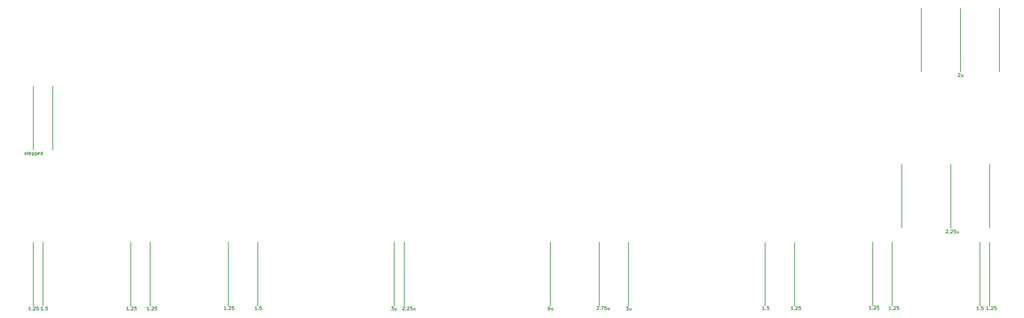
<source format=gto>
G04 #@! TF.GenerationSoftware,KiCad,Pcbnew,7.0.7-7.0.7~ubuntu23.04.1*
G04 #@! TF.CreationDate,2023-08-23T01:40:07+00:00*
G04 #@! TF.ProjectId,plate,706c6174-652e-46b6-9963-61645f706362,rev?*
G04 #@! TF.SameCoordinates,Original*
G04 #@! TF.FileFunction,Legend,Top*
G04 #@! TF.FilePolarity,Positive*
%FSLAX46Y46*%
G04 Gerber Fmt 4.6, Leading zero omitted, Abs format (unit mm)*
G04 Created by KiCad (PCBNEW 7.0.7-7.0.7~ubuntu23.04.1) date 2023-08-23 01:40:07*
%MOMM*%
%LPD*%
G01*
G04 APERTURE LIST*
%ADD10C,0.150000*%
%ADD11C,3.200000*%
G04 APERTURE END LIST*
D10*
X255106820Y-93422550D02*
X255106820Y-109022550D01*
X209863820Y-112471950D02*
X209863820Y-128071950D01*
X247963820Y-55322500D02*
X247963820Y-70922500D01*
X169381820Y-112471950D02*
X169381820Y-128071950D01*
X59844920Y-112471950D02*
X59844920Y-128071950D01*
X55081720Y-112472550D02*
X55081720Y-128072550D01*
X157476320Y-112471950D02*
X157476320Y-128071950D01*
X240819820Y-112472550D02*
X240819820Y-128072550D01*
X257488820Y-55322500D02*
X257488820Y-70922500D01*
X262251320Y-112471950D02*
X262251320Y-128071950D01*
X36032220Y-74368000D02*
X36032220Y-89968000D01*
X78894970Y-112472550D02*
X78894970Y-128072550D01*
X119376420Y-112472550D02*
X119376420Y-128072550D01*
X86038670Y-112471950D02*
X86038670Y-128071950D01*
X264630820Y-93422550D02*
X264630820Y-109022550D01*
X121756870Y-112471950D02*
X121756870Y-128071950D01*
X236056820Y-112471950D02*
X236056820Y-128071950D01*
X31269975Y-112472550D02*
X31269975Y-128072550D01*
X217006820Y-112472550D02*
X217006820Y-128072550D01*
X31280230Y-74388000D02*
X31280230Y-89988000D01*
X264630820Y-112472550D02*
X264630820Y-128072550D01*
X176526320Y-112472550D02*
X176526320Y-128072550D01*
X243201320Y-93422550D02*
X243201320Y-109022550D01*
X33651250Y-112471950D02*
X33651250Y-128071950D01*
X267013820Y-55322500D02*
X267013820Y-70922500D01*
X216639027Y-129016845D02*
X216181884Y-129016845D01*
X216410456Y-129016845D02*
X216410456Y-128216845D01*
X216410456Y-128216845D02*
X216334265Y-128331130D01*
X216334265Y-128331130D02*
X216258075Y-128407321D01*
X216258075Y-128407321D02*
X216181884Y-128445416D01*
X216981885Y-128940654D02*
X217019980Y-128978750D01*
X217019980Y-128978750D02*
X216981885Y-129016845D01*
X216981885Y-129016845D02*
X216943789Y-128978750D01*
X216943789Y-128978750D02*
X216981885Y-128940654D01*
X216981885Y-128940654D02*
X216981885Y-129016845D01*
X217324741Y-128293035D02*
X217362837Y-128254940D01*
X217362837Y-128254940D02*
X217439027Y-128216845D01*
X217439027Y-128216845D02*
X217629503Y-128216845D01*
X217629503Y-128216845D02*
X217705694Y-128254940D01*
X217705694Y-128254940D02*
X217743789Y-128293035D01*
X217743789Y-128293035D02*
X217781884Y-128369226D01*
X217781884Y-128369226D02*
X217781884Y-128445416D01*
X217781884Y-128445416D02*
X217743789Y-128559702D01*
X217743789Y-128559702D02*
X217286646Y-129016845D01*
X217286646Y-129016845D02*
X217781884Y-129016845D01*
X218505694Y-128216845D02*
X218124742Y-128216845D01*
X218124742Y-128216845D02*
X218086646Y-128597797D01*
X218086646Y-128597797D02*
X218124742Y-128559702D01*
X218124742Y-128559702D02*
X218200932Y-128521607D01*
X218200932Y-128521607D02*
X218391408Y-128521607D01*
X218391408Y-128521607D02*
X218467599Y-128559702D01*
X218467599Y-128559702D02*
X218505694Y-128597797D01*
X218505694Y-128597797D02*
X218543789Y-128673988D01*
X218543789Y-128673988D02*
X218543789Y-128864464D01*
X218543789Y-128864464D02*
X218505694Y-128940654D01*
X218505694Y-128940654D02*
X218467599Y-128978750D01*
X218467599Y-128978750D02*
X218391408Y-129016845D01*
X218391408Y-129016845D02*
X218200932Y-129016845D01*
X218200932Y-129016845D02*
X218124742Y-128978750D01*
X218124742Y-128978750D02*
X218086646Y-128940654D01*
X30639027Y-129116845D02*
X30181884Y-129116845D01*
X30410456Y-129116845D02*
X30410456Y-128316845D01*
X30410456Y-128316845D02*
X30334265Y-128431130D01*
X30334265Y-128431130D02*
X30258075Y-128507321D01*
X30258075Y-128507321D02*
X30181884Y-128545416D01*
X30981885Y-129040654D02*
X31019980Y-129078750D01*
X31019980Y-129078750D02*
X30981885Y-129116845D01*
X30981885Y-129116845D02*
X30943789Y-129078750D01*
X30943789Y-129078750D02*
X30981885Y-129040654D01*
X30981885Y-129040654D02*
X30981885Y-129116845D01*
X31324741Y-128393035D02*
X31362837Y-128354940D01*
X31362837Y-128354940D02*
X31439027Y-128316845D01*
X31439027Y-128316845D02*
X31629503Y-128316845D01*
X31629503Y-128316845D02*
X31705694Y-128354940D01*
X31705694Y-128354940D02*
X31743789Y-128393035D01*
X31743789Y-128393035D02*
X31781884Y-128469226D01*
X31781884Y-128469226D02*
X31781884Y-128545416D01*
X31781884Y-128545416D02*
X31743789Y-128659702D01*
X31743789Y-128659702D02*
X31286646Y-129116845D01*
X31286646Y-129116845D02*
X31781884Y-129116845D01*
X32505694Y-128316845D02*
X32124742Y-128316845D01*
X32124742Y-128316845D02*
X32086646Y-128697797D01*
X32086646Y-128697797D02*
X32124742Y-128659702D01*
X32124742Y-128659702D02*
X32200932Y-128621607D01*
X32200932Y-128621607D02*
X32391408Y-128621607D01*
X32391408Y-128621607D02*
X32467599Y-128659702D01*
X32467599Y-128659702D02*
X32505694Y-128697797D01*
X32505694Y-128697797D02*
X32543789Y-128773988D01*
X32543789Y-128773988D02*
X32543789Y-128964464D01*
X32543789Y-128964464D02*
X32505694Y-129040654D01*
X32505694Y-129040654D02*
X32467599Y-129078750D01*
X32467599Y-129078750D02*
X32391408Y-129116845D01*
X32391408Y-129116845D02*
X32200932Y-129116845D01*
X32200932Y-129116845D02*
X32124742Y-129078750D01*
X32124742Y-129078750D02*
X32086646Y-129040654D01*
X118643789Y-128316845D02*
X119139027Y-128316845D01*
X119139027Y-128316845D02*
X118872361Y-128621607D01*
X118872361Y-128621607D02*
X118986646Y-128621607D01*
X118986646Y-128621607D02*
X119062837Y-128659702D01*
X119062837Y-128659702D02*
X119100932Y-128697797D01*
X119100932Y-128697797D02*
X119139027Y-128773988D01*
X119139027Y-128773988D02*
X119139027Y-128964464D01*
X119139027Y-128964464D02*
X119100932Y-129040654D01*
X119100932Y-129040654D02*
X119062837Y-129078750D01*
X119062837Y-129078750D02*
X118986646Y-129116845D01*
X118986646Y-129116845D02*
X118758075Y-129116845D01*
X118758075Y-129116845D02*
X118681884Y-129078750D01*
X118681884Y-129078750D02*
X118643789Y-129040654D01*
X119824742Y-128583511D02*
X119824742Y-129116845D01*
X119481885Y-128583511D02*
X119481885Y-129002559D01*
X119481885Y-129002559D02*
X119519980Y-129078750D01*
X119519980Y-129078750D02*
X119596170Y-129116845D01*
X119596170Y-129116845D02*
X119710456Y-129116845D01*
X119710456Y-129116845D02*
X119786647Y-129078750D01*
X119786647Y-129078750D02*
X119824742Y-129040654D01*
X240539027Y-129016845D02*
X240081884Y-129016845D01*
X240310456Y-129016845D02*
X240310456Y-128216845D01*
X240310456Y-128216845D02*
X240234265Y-128331130D01*
X240234265Y-128331130D02*
X240158075Y-128407321D01*
X240158075Y-128407321D02*
X240081884Y-128445416D01*
X240881885Y-128940654D02*
X240919980Y-128978750D01*
X240919980Y-128978750D02*
X240881885Y-129016845D01*
X240881885Y-129016845D02*
X240843789Y-128978750D01*
X240843789Y-128978750D02*
X240881885Y-128940654D01*
X240881885Y-128940654D02*
X240881885Y-129016845D01*
X241224741Y-128293035D02*
X241262837Y-128254940D01*
X241262837Y-128254940D02*
X241339027Y-128216845D01*
X241339027Y-128216845D02*
X241529503Y-128216845D01*
X241529503Y-128216845D02*
X241605694Y-128254940D01*
X241605694Y-128254940D02*
X241643789Y-128293035D01*
X241643789Y-128293035D02*
X241681884Y-128369226D01*
X241681884Y-128369226D02*
X241681884Y-128445416D01*
X241681884Y-128445416D02*
X241643789Y-128559702D01*
X241643789Y-128559702D02*
X241186646Y-129016845D01*
X241186646Y-129016845D02*
X241681884Y-129016845D01*
X242405694Y-128216845D02*
X242024742Y-128216845D01*
X242024742Y-128216845D02*
X241986646Y-128597797D01*
X241986646Y-128597797D02*
X242024742Y-128559702D01*
X242024742Y-128559702D02*
X242100932Y-128521607D01*
X242100932Y-128521607D02*
X242291408Y-128521607D01*
X242291408Y-128521607D02*
X242367599Y-128559702D01*
X242367599Y-128559702D02*
X242405694Y-128597797D01*
X242405694Y-128597797D02*
X242443789Y-128673988D01*
X242443789Y-128673988D02*
X242443789Y-128864464D01*
X242443789Y-128864464D02*
X242405694Y-128940654D01*
X242405694Y-128940654D02*
X242367599Y-128978750D01*
X242367599Y-128978750D02*
X242291408Y-129016845D01*
X242291408Y-129016845D02*
X242100932Y-129016845D01*
X242100932Y-129016845D02*
X242024742Y-128978750D01*
X242024742Y-128978750D02*
X241986646Y-128940654D01*
X157308337Y-128266245D02*
X157155956Y-128266245D01*
X157155956Y-128266245D02*
X157079765Y-128304340D01*
X157079765Y-128304340D02*
X157041670Y-128342435D01*
X157041670Y-128342435D02*
X156965480Y-128456721D01*
X156965480Y-128456721D02*
X156927384Y-128609102D01*
X156927384Y-128609102D02*
X156927384Y-128913864D01*
X156927384Y-128913864D02*
X156965480Y-128990054D01*
X156965480Y-128990054D02*
X157003575Y-129028150D01*
X157003575Y-129028150D02*
X157079765Y-129066245D01*
X157079765Y-129066245D02*
X157232146Y-129066245D01*
X157232146Y-129066245D02*
X157308337Y-129028150D01*
X157308337Y-129028150D02*
X157346432Y-128990054D01*
X157346432Y-128990054D02*
X157384527Y-128913864D01*
X157384527Y-128913864D02*
X157384527Y-128723388D01*
X157384527Y-128723388D02*
X157346432Y-128647197D01*
X157346432Y-128647197D02*
X157308337Y-128609102D01*
X157308337Y-128609102D02*
X157232146Y-128571007D01*
X157232146Y-128571007D02*
X157079765Y-128571007D01*
X157079765Y-128571007D02*
X157003575Y-128609102D01*
X157003575Y-128609102D02*
X156965480Y-128647197D01*
X156965480Y-128647197D02*
X156927384Y-128723388D01*
X158070242Y-128532911D02*
X158070242Y-129066245D01*
X157727385Y-128532911D02*
X157727385Y-128951959D01*
X157727385Y-128951959D02*
X157765480Y-129028150D01*
X157765480Y-129028150D02*
X157841670Y-129066245D01*
X157841670Y-129066245D02*
X157955956Y-129066245D01*
X157955956Y-129066245D02*
X158032147Y-129028150D01*
X158032147Y-129028150D02*
X158070242Y-128990054D01*
X121381884Y-128393035D02*
X121419980Y-128354940D01*
X121419980Y-128354940D02*
X121496170Y-128316845D01*
X121496170Y-128316845D02*
X121686646Y-128316845D01*
X121686646Y-128316845D02*
X121762837Y-128354940D01*
X121762837Y-128354940D02*
X121800932Y-128393035D01*
X121800932Y-128393035D02*
X121839027Y-128469226D01*
X121839027Y-128469226D02*
X121839027Y-128545416D01*
X121839027Y-128545416D02*
X121800932Y-128659702D01*
X121800932Y-128659702D02*
X121343789Y-129116845D01*
X121343789Y-129116845D02*
X121839027Y-129116845D01*
X122181885Y-129040654D02*
X122219980Y-129078750D01*
X122219980Y-129078750D02*
X122181885Y-129116845D01*
X122181885Y-129116845D02*
X122143789Y-129078750D01*
X122143789Y-129078750D02*
X122181885Y-129040654D01*
X122181885Y-129040654D02*
X122181885Y-129116845D01*
X122524741Y-128393035D02*
X122562837Y-128354940D01*
X122562837Y-128354940D02*
X122639027Y-128316845D01*
X122639027Y-128316845D02*
X122829503Y-128316845D01*
X122829503Y-128316845D02*
X122905694Y-128354940D01*
X122905694Y-128354940D02*
X122943789Y-128393035D01*
X122943789Y-128393035D02*
X122981884Y-128469226D01*
X122981884Y-128469226D02*
X122981884Y-128545416D01*
X122981884Y-128545416D02*
X122943789Y-128659702D01*
X122943789Y-128659702D02*
X122486646Y-129116845D01*
X122486646Y-129116845D02*
X122981884Y-129116845D01*
X123705694Y-128316845D02*
X123324742Y-128316845D01*
X123324742Y-128316845D02*
X123286646Y-128697797D01*
X123286646Y-128697797D02*
X123324742Y-128659702D01*
X123324742Y-128659702D02*
X123400932Y-128621607D01*
X123400932Y-128621607D02*
X123591408Y-128621607D01*
X123591408Y-128621607D02*
X123667599Y-128659702D01*
X123667599Y-128659702D02*
X123705694Y-128697797D01*
X123705694Y-128697797D02*
X123743789Y-128773988D01*
X123743789Y-128773988D02*
X123743789Y-128964464D01*
X123743789Y-128964464D02*
X123705694Y-129040654D01*
X123705694Y-129040654D02*
X123667599Y-129078750D01*
X123667599Y-129078750D02*
X123591408Y-129116845D01*
X123591408Y-129116845D02*
X123400932Y-129116845D01*
X123400932Y-129116845D02*
X123324742Y-129078750D01*
X123324742Y-129078750D02*
X123286646Y-129040654D01*
X124429504Y-128583511D02*
X124429504Y-129116845D01*
X124086647Y-128583511D02*
X124086647Y-129002559D01*
X124086647Y-129002559D02*
X124124742Y-129078750D01*
X124124742Y-129078750D02*
X124200932Y-129116845D01*
X124200932Y-129116845D02*
X124315218Y-129116845D01*
X124315218Y-129116845D02*
X124391409Y-129078750D01*
X124391409Y-129078750D02*
X124429504Y-129040654D01*
X29183284Y-91124200D02*
X29259475Y-91162295D01*
X29259475Y-91162295D02*
X29411856Y-91162295D01*
X29411856Y-91162295D02*
X29488046Y-91124200D01*
X29488046Y-91124200D02*
X29526142Y-91048009D01*
X29526142Y-91048009D02*
X29526142Y-91009914D01*
X29526142Y-91009914D02*
X29488046Y-90933723D01*
X29488046Y-90933723D02*
X29411856Y-90895628D01*
X29411856Y-90895628D02*
X29297570Y-90895628D01*
X29297570Y-90895628D02*
X29221380Y-90857533D01*
X29221380Y-90857533D02*
X29183284Y-90781342D01*
X29183284Y-90781342D02*
X29183284Y-90743247D01*
X29183284Y-90743247D02*
X29221380Y-90667057D01*
X29221380Y-90667057D02*
X29297570Y-90628961D01*
X29297570Y-90628961D02*
X29411856Y-90628961D01*
X29411856Y-90628961D02*
X29488046Y-90667057D01*
X29754713Y-90628961D02*
X30059475Y-90628961D01*
X29868999Y-90362295D02*
X29868999Y-91048009D01*
X29868999Y-91048009D02*
X29907094Y-91124200D01*
X29907094Y-91124200D02*
X29983284Y-91162295D01*
X29983284Y-91162295D02*
X30059475Y-91162295D01*
X30630904Y-91124200D02*
X30554713Y-91162295D01*
X30554713Y-91162295D02*
X30402332Y-91162295D01*
X30402332Y-91162295D02*
X30326142Y-91124200D01*
X30326142Y-91124200D02*
X30288046Y-91048009D01*
X30288046Y-91048009D02*
X30288046Y-90743247D01*
X30288046Y-90743247D02*
X30326142Y-90667057D01*
X30326142Y-90667057D02*
X30402332Y-90628961D01*
X30402332Y-90628961D02*
X30554713Y-90628961D01*
X30554713Y-90628961D02*
X30630904Y-90667057D01*
X30630904Y-90667057D02*
X30668999Y-90743247D01*
X30668999Y-90743247D02*
X30668999Y-90819438D01*
X30668999Y-90819438D02*
X30288046Y-90895628D01*
X31011856Y-90628961D02*
X31011856Y-91428961D01*
X31011856Y-90667057D02*
X31088046Y-90628961D01*
X31088046Y-90628961D02*
X31240427Y-90628961D01*
X31240427Y-90628961D02*
X31316618Y-90667057D01*
X31316618Y-90667057D02*
X31354713Y-90705152D01*
X31354713Y-90705152D02*
X31392808Y-90781342D01*
X31392808Y-90781342D02*
X31392808Y-91009914D01*
X31392808Y-91009914D02*
X31354713Y-91086104D01*
X31354713Y-91086104D02*
X31316618Y-91124200D01*
X31316618Y-91124200D02*
X31240427Y-91162295D01*
X31240427Y-91162295D02*
X31088046Y-91162295D01*
X31088046Y-91162295D02*
X31011856Y-91124200D01*
X31735666Y-90628961D02*
X31735666Y-91428961D01*
X31735666Y-90667057D02*
X31811856Y-90628961D01*
X31811856Y-90628961D02*
X31964237Y-90628961D01*
X31964237Y-90628961D02*
X32040428Y-90667057D01*
X32040428Y-90667057D02*
X32078523Y-90705152D01*
X32078523Y-90705152D02*
X32116618Y-90781342D01*
X32116618Y-90781342D02*
X32116618Y-91009914D01*
X32116618Y-91009914D02*
X32078523Y-91086104D01*
X32078523Y-91086104D02*
X32040428Y-91124200D01*
X32040428Y-91124200D02*
X31964237Y-91162295D01*
X31964237Y-91162295D02*
X31811856Y-91162295D01*
X31811856Y-91162295D02*
X31735666Y-91124200D01*
X32764238Y-91124200D02*
X32688047Y-91162295D01*
X32688047Y-91162295D02*
X32535666Y-91162295D01*
X32535666Y-91162295D02*
X32459476Y-91124200D01*
X32459476Y-91124200D02*
X32421380Y-91048009D01*
X32421380Y-91048009D02*
X32421380Y-90743247D01*
X32421380Y-90743247D02*
X32459476Y-90667057D01*
X32459476Y-90667057D02*
X32535666Y-90628961D01*
X32535666Y-90628961D02*
X32688047Y-90628961D01*
X32688047Y-90628961D02*
X32764238Y-90667057D01*
X32764238Y-90667057D02*
X32802333Y-90743247D01*
X32802333Y-90743247D02*
X32802333Y-90819438D01*
X32802333Y-90819438D02*
X32421380Y-90895628D01*
X33488047Y-91162295D02*
X33488047Y-90362295D01*
X33488047Y-91124200D02*
X33411856Y-91162295D01*
X33411856Y-91162295D02*
X33259475Y-91162295D01*
X33259475Y-91162295D02*
X33183285Y-91124200D01*
X33183285Y-91124200D02*
X33145190Y-91086104D01*
X33145190Y-91086104D02*
X33107094Y-91009914D01*
X33107094Y-91009914D02*
X33107094Y-90781342D01*
X33107094Y-90781342D02*
X33145190Y-90705152D01*
X33145190Y-90705152D02*
X33183285Y-90667057D01*
X33183285Y-90667057D02*
X33259475Y-90628961D01*
X33259475Y-90628961D02*
X33411856Y-90628961D01*
X33411856Y-90628961D02*
X33488047Y-90667057D01*
X261939027Y-129016845D02*
X261481884Y-129016845D01*
X261710456Y-129016845D02*
X261710456Y-128216845D01*
X261710456Y-128216845D02*
X261634265Y-128331130D01*
X261634265Y-128331130D02*
X261558075Y-128407321D01*
X261558075Y-128407321D02*
X261481884Y-128445416D01*
X262281885Y-128940654D02*
X262319980Y-128978750D01*
X262319980Y-128978750D02*
X262281885Y-129016845D01*
X262281885Y-129016845D02*
X262243789Y-128978750D01*
X262243789Y-128978750D02*
X262281885Y-128940654D01*
X262281885Y-128940654D02*
X262281885Y-129016845D01*
X263043789Y-128216845D02*
X262662837Y-128216845D01*
X262662837Y-128216845D02*
X262624741Y-128597797D01*
X262624741Y-128597797D02*
X262662837Y-128559702D01*
X262662837Y-128559702D02*
X262739027Y-128521607D01*
X262739027Y-128521607D02*
X262929503Y-128521607D01*
X262929503Y-128521607D02*
X263005694Y-128559702D01*
X263005694Y-128559702D02*
X263043789Y-128597797D01*
X263043789Y-128597797D02*
X263081884Y-128673988D01*
X263081884Y-128673988D02*
X263081884Y-128864464D01*
X263081884Y-128864464D02*
X263043789Y-128940654D01*
X263043789Y-128940654D02*
X263005694Y-128978750D01*
X263005694Y-128978750D02*
X262929503Y-129016845D01*
X262929503Y-129016845D02*
X262739027Y-129016845D01*
X262739027Y-129016845D02*
X262662837Y-128978750D01*
X262662837Y-128978750D02*
X262624741Y-128940654D01*
X235739027Y-128916845D02*
X235281884Y-128916845D01*
X235510456Y-128916845D02*
X235510456Y-128116845D01*
X235510456Y-128116845D02*
X235434265Y-128231130D01*
X235434265Y-128231130D02*
X235358075Y-128307321D01*
X235358075Y-128307321D02*
X235281884Y-128345416D01*
X236081885Y-128840654D02*
X236119980Y-128878750D01*
X236119980Y-128878750D02*
X236081885Y-128916845D01*
X236081885Y-128916845D02*
X236043789Y-128878750D01*
X236043789Y-128878750D02*
X236081885Y-128840654D01*
X236081885Y-128840654D02*
X236081885Y-128916845D01*
X236424741Y-128193035D02*
X236462837Y-128154940D01*
X236462837Y-128154940D02*
X236539027Y-128116845D01*
X236539027Y-128116845D02*
X236729503Y-128116845D01*
X236729503Y-128116845D02*
X236805694Y-128154940D01*
X236805694Y-128154940D02*
X236843789Y-128193035D01*
X236843789Y-128193035D02*
X236881884Y-128269226D01*
X236881884Y-128269226D02*
X236881884Y-128345416D01*
X236881884Y-128345416D02*
X236843789Y-128459702D01*
X236843789Y-128459702D02*
X236386646Y-128916845D01*
X236386646Y-128916845D02*
X236881884Y-128916845D01*
X237605694Y-128116845D02*
X237224742Y-128116845D01*
X237224742Y-128116845D02*
X237186646Y-128497797D01*
X237186646Y-128497797D02*
X237224742Y-128459702D01*
X237224742Y-128459702D02*
X237300932Y-128421607D01*
X237300932Y-128421607D02*
X237491408Y-128421607D01*
X237491408Y-128421607D02*
X237567599Y-128459702D01*
X237567599Y-128459702D02*
X237605694Y-128497797D01*
X237605694Y-128497797D02*
X237643789Y-128573988D01*
X237643789Y-128573988D02*
X237643789Y-128764464D01*
X237643789Y-128764464D02*
X237605694Y-128840654D01*
X237605694Y-128840654D02*
X237567599Y-128878750D01*
X237567599Y-128878750D02*
X237491408Y-128916845D01*
X237491408Y-128916845D02*
X237300932Y-128916845D01*
X237300932Y-128916845D02*
X237224742Y-128878750D01*
X237224742Y-128878750D02*
X237186646Y-128840654D01*
X85839027Y-129016845D02*
X85381884Y-129016845D01*
X85610456Y-129016845D02*
X85610456Y-128216845D01*
X85610456Y-128216845D02*
X85534265Y-128331130D01*
X85534265Y-128331130D02*
X85458075Y-128407321D01*
X85458075Y-128407321D02*
X85381884Y-128445416D01*
X86181885Y-128940654D02*
X86219980Y-128978750D01*
X86219980Y-128978750D02*
X86181885Y-129016845D01*
X86181885Y-129016845D02*
X86143789Y-128978750D01*
X86143789Y-128978750D02*
X86181885Y-128940654D01*
X86181885Y-128940654D02*
X86181885Y-129016845D01*
X86943789Y-128216845D02*
X86562837Y-128216845D01*
X86562837Y-128216845D02*
X86524741Y-128597797D01*
X86524741Y-128597797D02*
X86562837Y-128559702D01*
X86562837Y-128559702D02*
X86639027Y-128521607D01*
X86639027Y-128521607D02*
X86829503Y-128521607D01*
X86829503Y-128521607D02*
X86905694Y-128559702D01*
X86905694Y-128559702D02*
X86943789Y-128597797D01*
X86943789Y-128597797D02*
X86981884Y-128673988D01*
X86981884Y-128673988D02*
X86981884Y-128864464D01*
X86981884Y-128864464D02*
X86943789Y-128940654D01*
X86943789Y-128940654D02*
X86905694Y-128978750D01*
X86905694Y-128978750D02*
X86829503Y-129016845D01*
X86829503Y-129016845D02*
X86639027Y-129016845D01*
X86639027Y-129016845D02*
X86562837Y-128978750D01*
X86562837Y-128978750D02*
X86524741Y-128940654D01*
X175943789Y-128316845D02*
X176439027Y-128316845D01*
X176439027Y-128316845D02*
X176172361Y-128621607D01*
X176172361Y-128621607D02*
X176286646Y-128621607D01*
X176286646Y-128621607D02*
X176362837Y-128659702D01*
X176362837Y-128659702D02*
X176400932Y-128697797D01*
X176400932Y-128697797D02*
X176439027Y-128773988D01*
X176439027Y-128773988D02*
X176439027Y-128964464D01*
X176439027Y-128964464D02*
X176400932Y-129040654D01*
X176400932Y-129040654D02*
X176362837Y-129078750D01*
X176362837Y-129078750D02*
X176286646Y-129116845D01*
X176286646Y-129116845D02*
X176058075Y-129116845D01*
X176058075Y-129116845D02*
X175981884Y-129078750D01*
X175981884Y-129078750D02*
X175943789Y-129040654D01*
X177124742Y-128583511D02*
X177124742Y-129116845D01*
X176781885Y-128583511D02*
X176781885Y-129002559D01*
X176781885Y-129002559D02*
X176819980Y-129078750D01*
X176819980Y-129078750D02*
X176896170Y-129116845D01*
X176896170Y-129116845D02*
X177010456Y-129116845D01*
X177010456Y-129116845D02*
X177086647Y-129078750D01*
X177086647Y-129078750D02*
X177124742Y-129040654D01*
X78339027Y-129016845D02*
X77881884Y-129016845D01*
X78110456Y-129016845D02*
X78110456Y-128216845D01*
X78110456Y-128216845D02*
X78034265Y-128331130D01*
X78034265Y-128331130D02*
X77958075Y-128407321D01*
X77958075Y-128407321D02*
X77881884Y-128445416D01*
X78681885Y-128940654D02*
X78719980Y-128978750D01*
X78719980Y-128978750D02*
X78681885Y-129016845D01*
X78681885Y-129016845D02*
X78643789Y-128978750D01*
X78643789Y-128978750D02*
X78681885Y-128940654D01*
X78681885Y-128940654D02*
X78681885Y-129016845D01*
X79024741Y-128293035D02*
X79062837Y-128254940D01*
X79062837Y-128254940D02*
X79139027Y-128216845D01*
X79139027Y-128216845D02*
X79329503Y-128216845D01*
X79329503Y-128216845D02*
X79405694Y-128254940D01*
X79405694Y-128254940D02*
X79443789Y-128293035D01*
X79443789Y-128293035D02*
X79481884Y-128369226D01*
X79481884Y-128369226D02*
X79481884Y-128445416D01*
X79481884Y-128445416D02*
X79443789Y-128559702D01*
X79443789Y-128559702D02*
X78986646Y-129016845D01*
X78986646Y-129016845D02*
X79481884Y-129016845D01*
X80205694Y-128216845D02*
X79824742Y-128216845D01*
X79824742Y-128216845D02*
X79786646Y-128597797D01*
X79786646Y-128597797D02*
X79824742Y-128559702D01*
X79824742Y-128559702D02*
X79900932Y-128521607D01*
X79900932Y-128521607D02*
X80091408Y-128521607D01*
X80091408Y-128521607D02*
X80167599Y-128559702D01*
X80167599Y-128559702D02*
X80205694Y-128597797D01*
X80205694Y-128597797D02*
X80243789Y-128673988D01*
X80243789Y-128673988D02*
X80243789Y-128864464D01*
X80243789Y-128864464D02*
X80205694Y-128940654D01*
X80205694Y-128940654D02*
X80167599Y-128978750D01*
X80167599Y-128978750D02*
X80091408Y-129016845D01*
X80091408Y-129016845D02*
X79900932Y-129016845D01*
X79900932Y-129016845D02*
X79824742Y-128978750D01*
X79824742Y-128978750D02*
X79786646Y-128940654D01*
X209639027Y-129016845D02*
X209181884Y-129016845D01*
X209410456Y-129016845D02*
X209410456Y-128216845D01*
X209410456Y-128216845D02*
X209334265Y-128331130D01*
X209334265Y-128331130D02*
X209258075Y-128407321D01*
X209258075Y-128407321D02*
X209181884Y-128445416D01*
X209981885Y-128940654D02*
X210019980Y-128978750D01*
X210019980Y-128978750D02*
X209981885Y-129016845D01*
X209981885Y-129016845D02*
X209943789Y-128978750D01*
X209943789Y-128978750D02*
X209981885Y-128940654D01*
X209981885Y-128940654D02*
X209981885Y-129016845D01*
X210743789Y-128216845D02*
X210362837Y-128216845D01*
X210362837Y-128216845D02*
X210324741Y-128597797D01*
X210324741Y-128597797D02*
X210362837Y-128559702D01*
X210362837Y-128559702D02*
X210439027Y-128521607D01*
X210439027Y-128521607D02*
X210629503Y-128521607D01*
X210629503Y-128521607D02*
X210705694Y-128559702D01*
X210705694Y-128559702D02*
X210743789Y-128597797D01*
X210743789Y-128597797D02*
X210781884Y-128673988D01*
X210781884Y-128673988D02*
X210781884Y-128864464D01*
X210781884Y-128864464D02*
X210743789Y-128940654D01*
X210743789Y-128940654D02*
X210705694Y-128978750D01*
X210705694Y-128978750D02*
X210629503Y-129016845D01*
X210629503Y-129016845D02*
X210439027Y-129016845D01*
X210439027Y-129016845D02*
X210362837Y-128978750D01*
X210362837Y-128978750D02*
X210324741Y-128940654D01*
X264339027Y-129016845D02*
X263881884Y-129016845D01*
X264110456Y-129016845D02*
X264110456Y-128216845D01*
X264110456Y-128216845D02*
X264034265Y-128331130D01*
X264034265Y-128331130D02*
X263958075Y-128407321D01*
X263958075Y-128407321D02*
X263881884Y-128445416D01*
X264681885Y-128940654D02*
X264719980Y-128978750D01*
X264719980Y-128978750D02*
X264681885Y-129016845D01*
X264681885Y-129016845D02*
X264643789Y-128978750D01*
X264643789Y-128978750D02*
X264681885Y-128940654D01*
X264681885Y-128940654D02*
X264681885Y-129016845D01*
X265024741Y-128293035D02*
X265062837Y-128254940D01*
X265062837Y-128254940D02*
X265139027Y-128216845D01*
X265139027Y-128216845D02*
X265329503Y-128216845D01*
X265329503Y-128216845D02*
X265405694Y-128254940D01*
X265405694Y-128254940D02*
X265443789Y-128293035D01*
X265443789Y-128293035D02*
X265481884Y-128369226D01*
X265481884Y-128369226D02*
X265481884Y-128445416D01*
X265481884Y-128445416D02*
X265443789Y-128559702D01*
X265443789Y-128559702D02*
X264986646Y-129016845D01*
X264986646Y-129016845D02*
X265481884Y-129016845D01*
X266205694Y-128216845D02*
X265824742Y-128216845D01*
X265824742Y-128216845D02*
X265786646Y-128597797D01*
X265786646Y-128597797D02*
X265824742Y-128559702D01*
X265824742Y-128559702D02*
X265900932Y-128521607D01*
X265900932Y-128521607D02*
X266091408Y-128521607D01*
X266091408Y-128521607D02*
X266167599Y-128559702D01*
X266167599Y-128559702D02*
X266205694Y-128597797D01*
X266205694Y-128597797D02*
X266243789Y-128673988D01*
X266243789Y-128673988D02*
X266243789Y-128864464D01*
X266243789Y-128864464D02*
X266205694Y-128940654D01*
X266205694Y-128940654D02*
X266167599Y-128978750D01*
X266167599Y-128978750D02*
X266091408Y-129016845D01*
X266091408Y-129016845D02*
X265900932Y-129016845D01*
X265900932Y-129016845D02*
X265824742Y-128978750D01*
X265824742Y-128978750D02*
X265786646Y-128940654D01*
X59539027Y-129116845D02*
X59081884Y-129116845D01*
X59310456Y-129116845D02*
X59310456Y-128316845D01*
X59310456Y-128316845D02*
X59234265Y-128431130D01*
X59234265Y-128431130D02*
X59158075Y-128507321D01*
X59158075Y-128507321D02*
X59081884Y-128545416D01*
X59881885Y-129040654D02*
X59919980Y-129078750D01*
X59919980Y-129078750D02*
X59881885Y-129116845D01*
X59881885Y-129116845D02*
X59843789Y-129078750D01*
X59843789Y-129078750D02*
X59881885Y-129040654D01*
X59881885Y-129040654D02*
X59881885Y-129116845D01*
X60224741Y-128393035D02*
X60262837Y-128354940D01*
X60262837Y-128354940D02*
X60339027Y-128316845D01*
X60339027Y-128316845D02*
X60529503Y-128316845D01*
X60529503Y-128316845D02*
X60605694Y-128354940D01*
X60605694Y-128354940D02*
X60643789Y-128393035D01*
X60643789Y-128393035D02*
X60681884Y-128469226D01*
X60681884Y-128469226D02*
X60681884Y-128545416D01*
X60681884Y-128545416D02*
X60643789Y-128659702D01*
X60643789Y-128659702D02*
X60186646Y-129116845D01*
X60186646Y-129116845D02*
X60681884Y-129116845D01*
X61405694Y-128316845D02*
X61024742Y-128316845D01*
X61024742Y-128316845D02*
X60986646Y-128697797D01*
X60986646Y-128697797D02*
X61024742Y-128659702D01*
X61024742Y-128659702D02*
X61100932Y-128621607D01*
X61100932Y-128621607D02*
X61291408Y-128621607D01*
X61291408Y-128621607D02*
X61367599Y-128659702D01*
X61367599Y-128659702D02*
X61405694Y-128697797D01*
X61405694Y-128697797D02*
X61443789Y-128773988D01*
X61443789Y-128773988D02*
X61443789Y-128964464D01*
X61443789Y-128964464D02*
X61405694Y-129040654D01*
X61405694Y-129040654D02*
X61367599Y-129078750D01*
X61367599Y-129078750D02*
X61291408Y-129116845D01*
X61291408Y-129116845D02*
X61100932Y-129116845D01*
X61100932Y-129116845D02*
X61024742Y-129078750D01*
X61024742Y-129078750D02*
X60986646Y-129040654D01*
X168781884Y-128293035D02*
X168819980Y-128254940D01*
X168819980Y-128254940D02*
X168896170Y-128216845D01*
X168896170Y-128216845D02*
X169086646Y-128216845D01*
X169086646Y-128216845D02*
X169162837Y-128254940D01*
X169162837Y-128254940D02*
X169200932Y-128293035D01*
X169200932Y-128293035D02*
X169239027Y-128369226D01*
X169239027Y-128369226D02*
X169239027Y-128445416D01*
X169239027Y-128445416D02*
X169200932Y-128559702D01*
X169200932Y-128559702D02*
X168743789Y-129016845D01*
X168743789Y-129016845D02*
X169239027Y-129016845D01*
X169581885Y-128940654D02*
X169619980Y-128978750D01*
X169619980Y-128978750D02*
X169581885Y-129016845D01*
X169581885Y-129016845D02*
X169543789Y-128978750D01*
X169543789Y-128978750D02*
X169581885Y-128940654D01*
X169581885Y-128940654D02*
X169581885Y-129016845D01*
X169886646Y-128216845D02*
X170419980Y-128216845D01*
X170419980Y-128216845D02*
X170077122Y-129016845D01*
X171105694Y-128216845D02*
X170724742Y-128216845D01*
X170724742Y-128216845D02*
X170686646Y-128597797D01*
X170686646Y-128597797D02*
X170724742Y-128559702D01*
X170724742Y-128559702D02*
X170800932Y-128521607D01*
X170800932Y-128521607D02*
X170991408Y-128521607D01*
X170991408Y-128521607D02*
X171067599Y-128559702D01*
X171067599Y-128559702D02*
X171105694Y-128597797D01*
X171105694Y-128597797D02*
X171143789Y-128673988D01*
X171143789Y-128673988D02*
X171143789Y-128864464D01*
X171143789Y-128864464D02*
X171105694Y-128940654D01*
X171105694Y-128940654D02*
X171067599Y-128978750D01*
X171067599Y-128978750D02*
X170991408Y-129016845D01*
X170991408Y-129016845D02*
X170800932Y-129016845D01*
X170800932Y-129016845D02*
X170724742Y-128978750D01*
X170724742Y-128978750D02*
X170686646Y-128940654D01*
X171829504Y-128483511D02*
X171829504Y-129016845D01*
X171486647Y-128483511D02*
X171486647Y-128902559D01*
X171486647Y-128902559D02*
X171524742Y-128978750D01*
X171524742Y-128978750D02*
X171600932Y-129016845D01*
X171600932Y-129016845D02*
X171715218Y-129016845D01*
X171715218Y-129016845D02*
X171791409Y-128978750D01*
X171791409Y-128978750D02*
X171829504Y-128940654D01*
X256964884Y-71392985D02*
X257002980Y-71354890D01*
X257002980Y-71354890D02*
X257079170Y-71316795D01*
X257079170Y-71316795D02*
X257269646Y-71316795D01*
X257269646Y-71316795D02*
X257345837Y-71354890D01*
X257345837Y-71354890D02*
X257383932Y-71392985D01*
X257383932Y-71392985D02*
X257422027Y-71469176D01*
X257422027Y-71469176D02*
X257422027Y-71545366D01*
X257422027Y-71545366D02*
X257383932Y-71659652D01*
X257383932Y-71659652D02*
X256926789Y-72116795D01*
X256926789Y-72116795D02*
X257422027Y-72116795D01*
X258107742Y-71583461D02*
X258107742Y-72116795D01*
X257764885Y-71583461D02*
X257764885Y-72002509D01*
X257764885Y-72002509D02*
X257802980Y-72078700D01*
X257802980Y-72078700D02*
X257879170Y-72116795D01*
X257879170Y-72116795D02*
X257993456Y-72116795D01*
X257993456Y-72116795D02*
X258069647Y-72078700D01*
X258069647Y-72078700D02*
X258107742Y-72040604D01*
X33639027Y-129116845D02*
X33181884Y-129116845D01*
X33410456Y-129116845D02*
X33410456Y-128316845D01*
X33410456Y-128316845D02*
X33334265Y-128431130D01*
X33334265Y-128431130D02*
X33258075Y-128507321D01*
X33258075Y-128507321D02*
X33181884Y-128545416D01*
X33981885Y-129040654D02*
X34019980Y-129078750D01*
X34019980Y-129078750D02*
X33981885Y-129116845D01*
X33981885Y-129116845D02*
X33943789Y-129078750D01*
X33943789Y-129078750D02*
X33981885Y-129040654D01*
X33981885Y-129040654D02*
X33981885Y-129116845D01*
X34743789Y-128316845D02*
X34362837Y-128316845D01*
X34362837Y-128316845D02*
X34324741Y-128697797D01*
X34324741Y-128697797D02*
X34362837Y-128659702D01*
X34362837Y-128659702D02*
X34439027Y-128621607D01*
X34439027Y-128621607D02*
X34629503Y-128621607D01*
X34629503Y-128621607D02*
X34705694Y-128659702D01*
X34705694Y-128659702D02*
X34743789Y-128697797D01*
X34743789Y-128697797D02*
X34781884Y-128773988D01*
X34781884Y-128773988D02*
X34781884Y-128964464D01*
X34781884Y-128964464D02*
X34743789Y-129040654D01*
X34743789Y-129040654D02*
X34705694Y-129078750D01*
X34705694Y-129078750D02*
X34629503Y-129116845D01*
X34629503Y-129116845D02*
X34439027Y-129116845D01*
X34439027Y-129116845D02*
X34362837Y-129078750D01*
X34362837Y-129078750D02*
X34324741Y-129040654D01*
X54539027Y-129116845D02*
X54081884Y-129116845D01*
X54310456Y-129116845D02*
X54310456Y-128316845D01*
X54310456Y-128316845D02*
X54234265Y-128431130D01*
X54234265Y-128431130D02*
X54158075Y-128507321D01*
X54158075Y-128507321D02*
X54081884Y-128545416D01*
X54881885Y-129040654D02*
X54919980Y-129078750D01*
X54919980Y-129078750D02*
X54881885Y-129116845D01*
X54881885Y-129116845D02*
X54843789Y-129078750D01*
X54843789Y-129078750D02*
X54881885Y-129040654D01*
X54881885Y-129040654D02*
X54881885Y-129116845D01*
X55224741Y-128393035D02*
X55262837Y-128354940D01*
X55262837Y-128354940D02*
X55339027Y-128316845D01*
X55339027Y-128316845D02*
X55529503Y-128316845D01*
X55529503Y-128316845D02*
X55605694Y-128354940D01*
X55605694Y-128354940D02*
X55643789Y-128393035D01*
X55643789Y-128393035D02*
X55681884Y-128469226D01*
X55681884Y-128469226D02*
X55681884Y-128545416D01*
X55681884Y-128545416D02*
X55643789Y-128659702D01*
X55643789Y-128659702D02*
X55186646Y-129116845D01*
X55186646Y-129116845D02*
X55681884Y-129116845D01*
X56405694Y-128316845D02*
X56024742Y-128316845D01*
X56024742Y-128316845D02*
X55986646Y-128697797D01*
X55986646Y-128697797D02*
X56024742Y-128659702D01*
X56024742Y-128659702D02*
X56100932Y-128621607D01*
X56100932Y-128621607D02*
X56291408Y-128621607D01*
X56291408Y-128621607D02*
X56367599Y-128659702D01*
X56367599Y-128659702D02*
X56405694Y-128697797D01*
X56405694Y-128697797D02*
X56443789Y-128773988D01*
X56443789Y-128773988D02*
X56443789Y-128964464D01*
X56443789Y-128964464D02*
X56405694Y-129040654D01*
X56405694Y-129040654D02*
X56367599Y-129078750D01*
X56367599Y-129078750D02*
X56291408Y-129116845D01*
X56291408Y-129116845D02*
X56100932Y-129116845D01*
X56100932Y-129116845D02*
X56024742Y-129078750D01*
X56024742Y-129078750D02*
X55986646Y-129040654D01*
X253981884Y-109593035D02*
X254019980Y-109554940D01*
X254019980Y-109554940D02*
X254096170Y-109516845D01*
X254096170Y-109516845D02*
X254286646Y-109516845D01*
X254286646Y-109516845D02*
X254362837Y-109554940D01*
X254362837Y-109554940D02*
X254400932Y-109593035D01*
X254400932Y-109593035D02*
X254439027Y-109669226D01*
X254439027Y-109669226D02*
X254439027Y-109745416D01*
X254439027Y-109745416D02*
X254400932Y-109859702D01*
X254400932Y-109859702D02*
X253943789Y-110316845D01*
X253943789Y-110316845D02*
X254439027Y-110316845D01*
X254781885Y-110240654D02*
X254819980Y-110278750D01*
X254819980Y-110278750D02*
X254781885Y-110316845D01*
X254781885Y-110316845D02*
X254743789Y-110278750D01*
X254743789Y-110278750D02*
X254781885Y-110240654D01*
X254781885Y-110240654D02*
X254781885Y-110316845D01*
X255124741Y-109593035D02*
X255162837Y-109554940D01*
X255162837Y-109554940D02*
X255239027Y-109516845D01*
X255239027Y-109516845D02*
X255429503Y-109516845D01*
X255429503Y-109516845D02*
X255505694Y-109554940D01*
X255505694Y-109554940D02*
X255543789Y-109593035D01*
X255543789Y-109593035D02*
X255581884Y-109669226D01*
X255581884Y-109669226D02*
X255581884Y-109745416D01*
X255581884Y-109745416D02*
X255543789Y-109859702D01*
X255543789Y-109859702D02*
X255086646Y-110316845D01*
X255086646Y-110316845D02*
X255581884Y-110316845D01*
X256305694Y-109516845D02*
X255924742Y-109516845D01*
X255924742Y-109516845D02*
X255886646Y-109897797D01*
X255886646Y-109897797D02*
X255924742Y-109859702D01*
X255924742Y-109859702D02*
X256000932Y-109821607D01*
X256000932Y-109821607D02*
X256191408Y-109821607D01*
X256191408Y-109821607D02*
X256267599Y-109859702D01*
X256267599Y-109859702D02*
X256305694Y-109897797D01*
X256305694Y-109897797D02*
X256343789Y-109973988D01*
X256343789Y-109973988D02*
X256343789Y-110164464D01*
X256343789Y-110164464D02*
X256305694Y-110240654D01*
X256305694Y-110240654D02*
X256267599Y-110278750D01*
X256267599Y-110278750D02*
X256191408Y-110316845D01*
X256191408Y-110316845D02*
X256000932Y-110316845D01*
X256000932Y-110316845D02*
X255924742Y-110278750D01*
X255924742Y-110278750D02*
X255886646Y-110240654D01*
X257029504Y-109783511D02*
X257029504Y-110316845D01*
X256686647Y-109783511D02*
X256686647Y-110202559D01*
X256686647Y-110202559D02*
X256724742Y-110278750D01*
X256724742Y-110278750D02*
X256800932Y-110316845D01*
X256800932Y-110316845D02*
X256915218Y-110316845D01*
X256915218Y-110316845D02*
X256991409Y-110278750D01*
X256991409Y-110278750D02*
X257029504Y-110240654D01*
%LPC*%
D11*
X21745000Y-120272500D03*
X269395000Y-82172500D03*
X162238750Y-63122500D03*
X187430500Y-120272500D03*
X90801250Y-82172500D03*
X157476250Y-101222500D03*
X224151250Y-82172500D03*
X226531704Y-120272500D03*
X200338750Y-63122500D03*
X233676250Y-101222500D03*
X186051250Y-82172500D03*
X145758625Y-120272149D03*
X21670000Y-101222500D03*
X274157500Y-120272500D03*
X48745000Y-82172500D03*
X251535625Y-120272500D03*
X45557500Y-63122500D03*
X86038750Y-63122500D03*
X62226250Y-101222500D03*
X24126250Y-63122500D03*
X69370000Y-120272500D03*
X44366875Y-120272500D03*
X238438750Y-63122500D03*
X147976250Y-82172500D03*
X119376250Y-101222500D03*
X124138750Y-63122500D03*
X274157500Y-101222500D03*
%LPD*%
M02*

</source>
